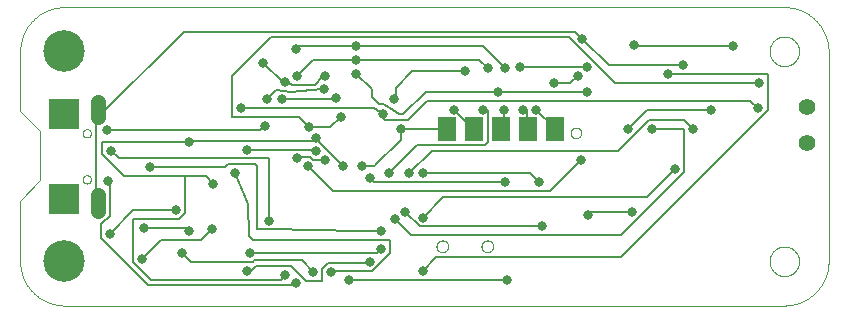
<source format=gbl>
G75*
%MOIN*%
%OFA0B0*%
%FSLAX25Y25*%
%IPPOS*%
%LPD*%
%AMOC8*
5,1,8,0,0,1.08239X$1,22.5*
%
%ADD10C,0.00000*%
%ADD11C,0.13843*%
%ADD12R,0.09843X0.09843*%
%ADD13C,0.05150*%
%ADD14R,0.05906X0.07874*%
%ADD15C,0.05543*%
%ADD16C,0.00800*%
%ADD17C,0.03150*%
%ADD18C,0.00600*%
D10*
X0059095Y0057209D02*
X0299095Y0057209D01*
X0299451Y0057213D01*
X0299806Y0057226D01*
X0300162Y0057248D01*
X0300516Y0057278D01*
X0300870Y0057316D01*
X0301222Y0057364D01*
X0301574Y0057419D01*
X0301924Y0057483D01*
X0302272Y0057556D01*
X0302619Y0057637D01*
X0302963Y0057726D01*
X0303305Y0057824D01*
X0303645Y0057930D01*
X0303982Y0058044D01*
X0304316Y0058166D01*
X0304647Y0058296D01*
X0304975Y0058434D01*
X0305300Y0058580D01*
X0305621Y0058734D01*
X0305938Y0058896D01*
X0306251Y0059065D01*
X0306559Y0059241D01*
X0306864Y0059425D01*
X0307164Y0059617D01*
X0307459Y0059815D01*
X0307750Y0060021D01*
X0308035Y0060234D01*
X0308315Y0060453D01*
X0308590Y0060679D01*
X0308859Y0060912D01*
X0309122Y0061151D01*
X0309380Y0061397D01*
X0309631Y0061648D01*
X0309877Y0061906D01*
X0310116Y0062169D01*
X0310349Y0062438D01*
X0310575Y0062713D01*
X0310794Y0062993D01*
X0311007Y0063278D01*
X0311213Y0063569D01*
X0311411Y0063864D01*
X0311603Y0064164D01*
X0311787Y0064469D01*
X0311963Y0064777D01*
X0312132Y0065090D01*
X0312294Y0065407D01*
X0312448Y0065728D01*
X0312594Y0066053D01*
X0312732Y0066381D01*
X0312862Y0066712D01*
X0312984Y0067046D01*
X0313098Y0067383D01*
X0313204Y0067723D01*
X0313302Y0068065D01*
X0313391Y0068409D01*
X0313472Y0068756D01*
X0313545Y0069104D01*
X0313609Y0069454D01*
X0313664Y0069806D01*
X0313712Y0070158D01*
X0313750Y0070512D01*
X0313780Y0070866D01*
X0313802Y0071222D01*
X0313815Y0071577D01*
X0313819Y0071933D01*
X0313820Y0071933D02*
X0313820Y0141933D01*
X0313819Y0141933D02*
X0313815Y0142289D01*
X0313802Y0142644D01*
X0313780Y0143000D01*
X0313750Y0143354D01*
X0313712Y0143708D01*
X0313664Y0144060D01*
X0313609Y0144412D01*
X0313545Y0144762D01*
X0313472Y0145110D01*
X0313391Y0145457D01*
X0313302Y0145801D01*
X0313204Y0146143D01*
X0313098Y0146483D01*
X0312984Y0146820D01*
X0312862Y0147154D01*
X0312732Y0147485D01*
X0312594Y0147813D01*
X0312448Y0148138D01*
X0312294Y0148459D01*
X0312132Y0148776D01*
X0311963Y0149089D01*
X0311787Y0149397D01*
X0311603Y0149702D01*
X0311411Y0150002D01*
X0311213Y0150297D01*
X0311007Y0150588D01*
X0310794Y0150873D01*
X0310575Y0151153D01*
X0310349Y0151428D01*
X0310116Y0151697D01*
X0309877Y0151960D01*
X0309631Y0152218D01*
X0309380Y0152469D01*
X0309122Y0152715D01*
X0308859Y0152954D01*
X0308590Y0153187D01*
X0308315Y0153413D01*
X0308035Y0153632D01*
X0307750Y0153845D01*
X0307459Y0154051D01*
X0307164Y0154249D01*
X0306864Y0154441D01*
X0306559Y0154625D01*
X0306251Y0154801D01*
X0305938Y0154970D01*
X0305621Y0155132D01*
X0305300Y0155286D01*
X0304975Y0155432D01*
X0304647Y0155570D01*
X0304316Y0155700D01*
X0303982Y0155822D01*
X0303645Y0155936D01*
X0303305Y0156042D01*
X0302963Y0156140D01*
X0302619Y0156229D01*
X0302272Y0156310D01*
X0301924Y0156383D01*
X0301574Y0156447D01*
X0301222Y0156502D01*
X0300870Y0156550D01*
X0300516Y0156588D01*
X0300162Y0156618D01*
X0299806Y0156640D01*
X0299451Y0156653D01*
X0299095Y0156657D01*
X0059095Y0156657D01*
X0058739Y0156653D01*
X0058384Y0156640D01*
X0058028Y0156618D01*
X0057674Y0156588D01*
X0057320Y0156550D01*
X0056968Y0156502D01*
X0056616Y0156447D01*
X0056266Y0156383D01*
X0055918Y0156310D01*
X0055571Y0156229D01*
X0055227Y0156140D01*
X0054885Y0156042D01*
X0054545Y0155936D01*
X0054208Y0155822D01*
X0053874Y0155700D01*
X0053543Y0155570D01*
X0053215Y0155432D01*
X0052890Y0155286D01*
X0052569Y0155132D01*
X0052252Y0154970D01*
X0051939Y0154801D01*
X0051631Y0154625D01*
X0051326Y0154441D01*
X0051026Y0154249D01*
X0050731Y0154051D01*
X0050440Y0153845D01*
X0050155Y0153632D01*
X0049875Y0153413D01*
X0049600Y0153187D01*
X0049331Y0152954D01*
X0049068Y0152715D01*
X0048810Y0152469D01*
X0048559Y0152218D01*
X0048313Y0151960D01*
X0048074Y0151697D01*
X0047841Y0151428D01*
X0047615Y0151153D01*
X0047396Y0150873D01*
X0047183Y0150588D01*
X0046977Y0150297D01*
X0046779Y0150002D01*
X0046587Y0149702D01*
X0046403Y0149397D01*
X0046227Y0149089D01*
X0046058Y0148776D01*
X0045896Y0148459D01*
X0045742Y0148138D01*
X0045596Y0147813D01*
X0045458Y0147485D01*
X0045328Y0147154D01*
X0045206Y0146820D01*
X0045092Y0146483D01*
X0044986Y0146143D01*
X0044888Y0145801D01*
X0044799Y0145457D01*
X0044718Y0145110D01*
X0044645Y0144762D01*
X0044581Y0144412D01*
X0044526Y0144060D01*
X0044478Y0143708D01*
X0044440Y0143354D01*
X0044410Y0143000D01*
X0044388Y0142644D01*
X0044375Y0142289D01*
X0044371Y0141933D01*
X0044371Y0122157D01*
X0051095Y0115433D01*
X0051095Y0098933D01*
X0044371Y0092209D01*
X0044371Y0071933D01*
X0044375Y0071577D01*
X0044388Y0071222D01*
X0044410Y0070866D01*
X0044440Y0070512D01*
X0044478Y0070158D01*
X0044526Y0069806D01*
X0044581Y0069454D01*
X0044645Y0069104D01*
X0044718Y0068756D01*
X0044799Y0068409D01*
X0044888Y0068065D01*
X0044986Y0067723D01*
X0045092Y0067383D01*
X0045206Y0067046D01*
X0045328Y0066712D01*
X0045458Y0066381D01*
X0045596Y0066053D01*
X0045742Y0065728D01*
X0045896Y0065407D01*
X0046058Y0065090D01*
X0046227Y0064777D01*
X0046403Y0064469D01*
X0046587Y0064164D01*
X0046779Y0063864D01*
X0046977Y0063569D01*
X0047183Y0063278D01*
X0047396Y0062993D01*
X0047615Y0062713D01*
X0047841Y0062438D01*
X0048074Y0062169D01*
X0048313Y0061906D01*
X0048559Y0061648D01*
X0048810Y0061397D01*
X0049068Y0061151D01*
X0049331Y0060912D01*
X0049600Y0060679D01*
X0049875Y0060453D01*
X0050155Y0060234D01*
X0050440Y0060021D01*
X0050731Y0059815D01*
X0051026Y0059617D01*
X0051326Y0059425D01*
X0051631Y0059241D01*
X0051939Y0059065D01*
X0052252Y0058896D01*
X0052569Y0058734D01*
X0052890Y0058580D01*
X0053215Y0058434D01*
X0053543Y0058296D01*
X0053874Y0058166D01*
X0054208Y0058044D01*
X0054545Y0057930D01*
X0054885Y0057824D01*
X0055227Y0057726D01*
X0055571Y0057637D01*
X0055918Y0057556D01*
X0056266Y0057483D01*
X0056616Y0057419D01*
X0056968Y0057364D01*
X0057320Y0057316D01*
X0057674Y0057278D01*
X0058028Y0057248D01*
X0058384Y0057226D01*
X0058739Y0057213D01*
X0059095Y0057209D01*
X0057934Y0090988D02*
X0060296Y0090988D01*
X0060373Y0091000D01*
X0060449Y0091015D01*
X0060525Y0091034D01*
X0060599Y0091057D01*
X0060673Y0091083D01*
X0060744Y0091113D01*
X0060815Y0091147D01*
X0060883Y0091183D01*
X0060950Y0091224D01*
X0061015Y0091267D01*
X0061077Y0091313D01*
X0061138Y0091363D01*
X0061195Y0091415D01*
X0061250Y0091471D01*
X0061302Y0091528D01*
X0061352Y0091589D01*
X0061398Y0091651D01*
X0061441Y0091716D01*
X0061481Y0091783D01*
X0061518Y0091852D01*
X0061551Y0091922D01*
X0061581Y0091994D01*
X0061607Y0092068D01*
X0061629Y0092142D01*
X0061648Y0092218D01*
X0061663Y0092294D01*
X0061674Y0092371D01*
X0061682Y0092449D01*
X0061686Y0092527D01*
X0061685Y0092605D01*
X0061682Y0092682D01*
X0061674Y0092760D01*
X0061682Y0092838D01*
X0061685Y0092915D01*
X0061686Y0092993D01*
X0061682Y0093071D01*
X0061674Y0093149D01*
X0061663Y0093226D01*
X0061648Y0093302D01*
X0061629Y0093378D01*
X0061607Y0093452D01*
X0061581Y0093526D01*
X0061551Y0093598D01*
X0061518Y0093668D01*
X0061481Y0093737D01*
X0061441Y0093804D01*
X0061398Y0093869D01*
X0061352Y0093931D01*
X0061302Y0093992D01*
X0061250Y0094049D01*
X0061195Y0094105D01*
X0061138Y0094157D01*
X0061077Y0094207D01*
X0061015Y0094253D01*
X0060950Y0094296D01*
X0060883Y0094337D01*
X0060815Y0094373D01*
X0060744Y0094407D01*
X0060673Y0094437D01*
X0060599Y0094463D01*
X0060525Y0094486D01*
X0060449Y0094505D01*
X0060373Y0094520D01*
X0060296Y0094532D01*
X0060296Y0094531D02*
X0057934Y0094531D01*
X0057934Y0094532D02*
X0057857Y0094520D01*
X0057781Y0094505D01*
X0057705Y0094486D01*
X0057631Y0094463D01*
X0057557Y0094437D01*
X0057486Y0094407D01*
X0057415Y0094373D01*
X0057347Y0094337D01*
X0057280Y0094296D01*
X0057215Y0094253D01*
X0057153Y0094207D01*
X0057092Y0094157D01*
X0057035Y0094105D01*
X0056980Y0094049D01*
X0056928Y0093992D01*
X0056878Y0093931D01*
X0056832Y0093869D01*
X0056789Y0093804D01*
X0056749Y0093737D01*
X0056712Y0093668D01*
X0056679Y0093598D01*
X0056649Y0093526D01*
X0056623Y0093452D01*
X0056601Y0093378D01*
X0056582Y0093302D01*
X0056567Y0093226D01*
X0056556Y0093149D01*
X0056548Y0093071D01*
X0056544Y0092993D01*
X0056545Y0092915D01*
X0056548Y0092838D01*
X0056556Y0092760D01*
X0056548Y0092682D01*
X0056545Y0092605D01*
X0056544Y0092527D01*
X0056548Y0092449D01*
X0056556Y0092371D01*
X0056567Y0092294D01*
X0056582Y0092218D01*
X0056601Y0092142D01*
X0056623Y0092068D01*
X0056649Y0091994D01*
X0056679Y0091922D01*
X0056712Y0091852D01*
X0056749Y0091783D01*
X0056789Y0091716D01*
X0056832Y0091651D01*
X0056878Y0091589D01*
X0056928Y0091528D01*
X0056980Y0091471D01*
X0057035Y0091415D01*
X0057092Y0091363D01*
X0057153Y0091313D01*
X0057215Y0091267D01*
X0057280Y0091224D01*
X0057347Y0091183D01*
X0057415Y0091147D01*
X0057486Y0091113D01*
X0057557Y0091083D01*
X0057631Y0091057D01*
X0057705Y0091034D01*
X0057781Y0091015D01*
X0057857Y0091000D01*
X0057934Y0090988D01*
X0065217Y0099256D02*
X0065219Y0099330D01*
X0065225Y0099404D01*
X0065235Y0099477D01*
X0065249Y0099550D01*
X0065266Y0099622D01*
X0065288Y0099692D01*
X0065313Y0099762D01*
X0065342Y0099830D01*
X0065375Y0099896D01*
X0065411Y0099961D01*
X0065451Y0100023D01*
X0065493Y0100084D01*
X0065539Y0100142D01*
X0065588Y0100197D01*
X0065640Y0100250D01*
X0065695Y0100300D01*
X0065752Y0100346D01*
X0065812Y0100390D01*
X0065874Y0100430D01*
X0065938Y0100467D01*
X0066004Y0100501D01*
X0066072Y0100531D01*
X0066141Y0100557D01*
X0066212Y0100580D01*
X0066283Y0100598D01*
X0066356Y0100613D01*
X0066429Y0100624D01*
X0066503Y0100631D01*
X0066577Y0100634D01*
X0066650Y0100633D01*
X0066724Y0100628D01*
X0066798Y0100619D01*
X0066871Y0100606D01*
X0066943Y0100589D01*
X0067014Y0100569D01*
X0067084Y0100544D01*
X0067152Y0100516D01*
X0067219Y0100485D01*
X0067284Y0100449D01*
X0067347Y0100411D01*
X0067408Y0100369D01*
X0067467Y0100323D01*
X0067523Y0100275D01*
X0067576Y0100224D01*
X0067626Y0100170D01*
X0067674Y0100113D01*
X0067718Y0100054D01*
X0067760Y0099992D01*
X0067798Y0099929D01*
X0067832Y0099863D01*
X0067863Y0099796D01*
X0067890Y0099727D01*
X0067913Y0099657D01*
X0067933Y0099586D01*
X0067949Y0099513D01*
X0067961Y0099440D01*
X0067969Y0099367D01*
X0067973Y0099293D01*
X0067973Y0099219D01*
X0067969Y0099145D01*
X0067961Y0099072D01*
X0067949Y0098999D01*
X0067933Y0098926D01*
X0067913Y0098855D01*
X0067890Y0098785D01*
X0067863Y0098716D01*
X0067832Y0098649D01*
X0067798Y0098583D01*
X0067760Y0098520D01*
X0067718Y0098458D01*
X0067674Y0098399D01*
X0067626Y0098342D01*
X0067576Y0098288D01*
X0067523Y0098237D01*
X0067467Y0098189D01*
X0067408Y0098143D01*
X0067347Y0098101D01*
X0067284Y0098063D01*
X0067219Y0098027D01*
X0067152Y0097996D01*
X0067084Y0097968D01*
X0067014Y0097943D01*
X0066943Y0097923D01*
X0066871Y0097906D01*
X0066798Y0097893D01*
X0066724Y0097884D01*
X0066650Y0097879D01*
X0066577Y0097878D01*
X0066503Y0097881D01*
X0066429Y0097888D01*
X0066356Y0097899D01*
X0066283Y0097914D01*
X0066212Y0097932D01*
X0066141Y0097955D01*
X0066072Y0097981D01*
X0066004Y0098011D01*
X0065938Y0098045D01*
X0065874Y0098082D01*
X0065812Y0098122D01*
X0065752Y0098166D01*
X0065695Y0098212D01*
X0065640Y0098262D01*
X0065588Y0098315D01*
X0065539Y0098370D01*
X0065493Y0098428D01*
X0065451Y0098489D01*
X0065411Y0098551D01*
X0065375Y0098616D01*
X0065342Y0098682D01*
X0065313Y0098750D01*
X0065288Y0098820D01*
X0065266Y0098890D01*
X0065249Y0098962D01*
X0065235Y0099035D01*
X0065225Y0099108D01*
X0065219Y0099182D01*
X0065217Y0099256D01*
X0065217Y0114610D02*
X0065219Y0114684D01*
X0065225Y0114758D01*
X0065235Y0114831D01*
X0065249Y0114904D01*
X0065266Y0114976D01*
X0065288Y0115046D01*
X0065313Y0115116D01*
X0065342Y0115184D01*
X0065375Y0115250D01*
X0065411Y0115315D01*
X0065451Y0115377D01*
X0065493Y0115438D01*
X0065539Y0115496D01*
X0065588Y0115551D01*
X0065640Y0115604D01*
X0065695Y0115654D01*
X0065752Y0115700D01*
X0065812Y0115744D01*
X0065874Y0115784D01*
X0065938Y0115821D01*
X0066004Y0115855D01*
X0066072Y0115885D01*
X0066141Y0115911D01*
X0066212Y0115934D01*
X0066283Y0115952D01*
X0066356Y0115967D01*
X0066429Y0115978D01*
X0066503Y0115985D01*
X0066577Y0115988D01*
X0066650Y0115987D01*
X0066724Y0115982D01*
X0066798Y0115973D01*
X0066871Y0115960D01*
X0066943Y0115943D01*
X0067014Y0115923D01*
X0067084Y0115898D01*
X0067152Y0115870D01*
X0067219Y0115839D01*
X0067284Y0115803D01*
X0067347Y0115765D01*
X0067408Y0115723D01*
X0067467Y0115677D01*
X0067523Y0115629D01*
X0067576Y0115578D01*
X0067626Y0115524D01*
X0067674Y0115467D01*
X0067718Y0115408D01*
X0067760Y0115346D01*
X0067798Y0115283D01*
X0067832Y0115217D01*
X0067863Y0115150D01*
X0067890Y0115081D01*
X0067913Y0115011D01*
X0067933Y0114940D01*
X0067949Y0114867D01*
X0067961Y0114794D01*
X0067969Y0114721D01*
X0067973Y0114647D01*
X0067973Y0114573D01*
X0067969Y0114499D01*
X0067961Y0114426D01*
X0067949Y0114353D01*
X0067933Y0114280D01*
X0067913Y0114209D01*
X0067890Y0114139D01*
X0067863Y0114070D01*
X0067832Y0114003D01*
X0067798Y0113937D01*
X0067760Y0113874D01*
X0067718Y0113812D01*
X0067674Y0113753D01*
X0067626Y0113696D01*
X0067576Y0113642D01*
X0067523Y0113591D01*
X0067467Y0113543D01*
X0067408Y0113497D01*
X0067347Y0113455D01*
X0067284Y0113417D01*
X0067219Y0113381D01*
X0067152Y0113350D01*
X0067084Y0113322D01*
X0067014Y0113297D01*
X0066943Y0113277D01*
X0066871Y0113260D01*
X0066798Y0113247D01*
X0066724Y0113238D01*
X0066650Y0113233D01*
X0066577Y0113232D01*
X0066503Y0113235D01*
X0066429Y0113242D01*
X0066356Y0113253D01*
X0066283Y0113268D01*
X0066212Y0113286D01*
X0066141Y0113309D01*
X0066072Y0113335D01*
X0066004Y0113365D01*
X0065938Y0113399D01*
X0065874Y0113436D01*
X0065812Y0113476D01*
X0065752Y0113520D01*
X0065695Y0113566D01*
X0065640Y0113616D01*
X0065588Y0113669D01*
X0065539Y0113724D01*
X0065493Y0113782D01*
X0065451Y0113843D01*
X0065411Y0113905D01*
X0065375Y0113970D01*
X0065342Y0114036D01*
X0065313Y0114104D01*
X0065288Y0114174D01*
X0065266Y0114244D01*
X0065249Y0114316D01*
X0065235Y0114389D01*
X0065225Y0114462D01*
X0065219Y0114536D01*
X0065217Y0114610D01*
X0060296Y0119335D02*
X0058131Y0119335D01*
X0058130Y0119334D02*
X0058056Y0119331D01*
X0057981Y0119332D01*
X0057906Y0119336D01*
X0057831Y0119345D01*
X0057757Y0119357D01*
X0057684Y0119373D01*
X0057611Y0119392D01*
X0057540Y0119415D01*
X0057470Y0119442D01*
X0057401Y0119472D01*
X0057334Y0119506D01*
X0057269Y0119543D01*
X0057206Y0119583D01*
X0057145Y0119626D01*
X0057086Y0119673D01*
X0057030Y0119722D01*
X0056976Y0119774D01*
X0056925Y0119829D01*
X0056876Y0119887D01*
X0056831Y0119946D01*
X0056789Y0120008D01*
X0056750Y0120072D01*
X0056714Y0120138D01*
X0056681Y0120206D01*
X0056652Y0120275D01*
X0056627Y0120346D01*
X0056605Y0120417D01*
X0056587Y0120490D01*
X0056573Y0120564D01*
X0056562Y0120638D01*
X0056555Y0120713D01*
X0056556Y0120713D02*
X0056556Y0121500D01*
X0056555Y0121500D02*
X0056562Y0121575D01*
X0056573Y0121649D01*
X0056587Y0121723D01*
X0056605Y0121796D01*
X0056627Y0121867D01*
X0056652Y0121938D01*
X0056681Y0122007D01*
X0056714Y0122075D01*
X0056750Y0122141D01*
X0056789Y0122205D01*
X0056831Y0122267D01*
X0056876Y0122326D01*
X0056925Y0122384D01*
X0056976Y0122439D01*
X0057030Y0122491D01*
X0057086Y0122540D01*
X0057145Y0122587D01*
X0057206Y0122630D01*
X0057269Y0122670D01*
X0057334Y0122707D01*
X0057401Y0122741D01*
X0057470Y0122771D01*
X0057540Y0122798D01*
X0057611Y0122821D01*
X0057684Y0122840D01*
X0057757Y0122856D01*
X0057831Y0122868D01*
X0057906Y0122877D01*
X0057981Y0122881D01*
X0058056Y0122882D01*
X0058130Y0122879D01*
X0058131Y0122878D02*
X0060296Y0122878D01*
X0060368Y0122876D01*
X0060440Y0122870D01*
X0060512Y0122861D01*
X0060583Y0122848D01*
X0060653Y0122831D01*
X0060722Y0122811D01*
X0060790Y0122786D01*
X0060856Y0122759D01*
X0060922Y0122728D01*
X0060985Y0122693D01*
X0061047Y0122656D01*
X0061106Y0122615D01*
X0061163Y0122571D01*
X0061218Y0122524D01*
X0061270Y0122474D01*
X0061320Y0122422D01*
X0061367Y0122367D01*
X0061411Y0122310D01*
X0061452Y0122251D01*
X0061489Y0122189D01*
X0061524Y0122126D01*
X0061555Y0122060D01*
X0061582Y0121994D01*
X0061607Y0121926D01*
X0061627Y0121857D01*
X0061644Y0121787D01*
X0061657Y0121716D01*
X0061666Y0121644D01*
X0061672Y0121572D01*
X0061674Y0121500D01*
X0061674Y0120713D01*
X0061672Y0120641D01*
X0061666Y0120569D01*
X0061657Y0120497D01*
X0061644Y0120426D01*
X0061627Y0120356D01*
X0061607Y0120287D01*
X0061582Y0120219D01*
X0061555Y0120153D01*
X0061524Y0120087D01*
X0061489Y0120024D01*
X0061452Y0119962D01*
X0061411Y0119903D01*
X0061367Y0119846D01*
X0061320Y0119791D01*
X0061270Y0119739D01*
X0061218Y0119689D01*
X0061163Y0119642D01*
X0061106Y0119598D01*
X0061047Y0119557D01*
X0060985Y0119520D01*
X0060922Y0119485D01*
X0060856Y0119454D01*
X0060790Y0119427D01*
X0060722Y0119402D01*
X0060653Y0119382D01*
X0060583Y0119365D01*
X0060512Y0119352D01*
X0060440Y0119343D01*
X0060368Y0119337D01*
X0060296Y0119335D01*
X0183126Y0076933D02*
X0183128Y0077021D01*
X0183134Y0077109D01*
X0183144Y0077197D01*
X0183158Y0077285D01*
X0183175Y0077371D01*
X0183197Y0077457D01*
X0183222Y0077541D01*
X0183252Y0077625D01*
X0183284Y0077707D01*
X0183321Y0077787D01*
X0183361Y0077866D01*
X0183405Y0077943D01*
X0183452Y0078018D01*
X0183502Y0078090D01*
X0183556Y0078161D01*
X0183612Y0078228D01*
X0183672Y0078294D01*
X0183734Y0078356D01*
X0183800Y0078416D01*
X0183867Y0078472D01*
X0183938Y0078526D01*
X0184010Y0078576D01*
X0184085Y0078623D01*
X0184162Y0078667D01*
X0184241Y0078707D01*
X0184321Y0078744D01*
X0184403Y0078776D01*
X0184487Y0078806D01*
X0184571Y0078831D01*
X0184657Y0078853D01*
X0184743Y0078870D01*
X0184831Y0078884D01*
X0184919Y0078894D01*
X0185007Y0078900D01*
X0185095Y0078902D01*
X0185183Y0078900D01*
X0185271Y0078894D01*
X0185359Y0078884D01*
X0185447Y0078870D01*
X0185533Y0078853D01*
X0185619Y0078831D01*
X0185703Y0078806D01*
X0185787Y0078776D01*
X0185869Y0078744D01*
X0185949Y0078707D01*
X0186028Y0078667D01*
X0186105Y0078623D01*
X0186180Y0078576D01*
X0186252Y0078526D01*
X0186323Y0078472D01*
X0186390Y0078416D01*
X0186456Y0078356D01*
X0186518Y0078294D01*
X0186578Y0078228D01*
X0186634Y0078161D01*
X0186688Y0078090D01*
X0186738Y0078018D01*
X0186785Y0077943D01*
X0186829Y0077866D01*
X0186869Y0077787D01*
X0186906Y0077707D01*
X0186938Y0077625D01*
X0186968Y0077541D01*
X0186993Y0077457D01*
X0187015Y0077371D01*
X0187032Y0077285D01*
X0187046Y0077197D01*
X0187056Y0077109D01*
X0187062Y0077021D01*
X0187064Y0076933D01*
X0187062Y0076845D01*
X0187056Y0076757D01*
X0187046Y0076669D01*
X0187032Y0076581D01*
X0187015Y0076495D01*
X0186993Y0076409D01*
X0186968Y0076325D01*
X0186938Y0076241D01*
X0186906Y0076159D01*
X0186869Y0076079D01*
X0186829Y0076000D01*
X0186785Y0075923D01*
X0186738Y0075848D01*
X0186688Y0075776D01*
X0186634Y0075705D01*
X0186578Y0075638D01*
X0186518Y0075572D01*
X0186456Y0075510D01*
X0186390Y0075450D01*
X0186323Y0075394D01*
X0186252Y0075340D01*
X0186180Y0075290D01*
X0186105Y0075243D01*
X0186028Y0075199D01*
X0185949Y0075159D01*
X0185869Y0075122D01*
X0185787Y0075090D01*
X0185703Y0075060D01*
X0185619Y0075035D01*
X0185533Y0075013D01*
X0185447Y0074996D01*
X0185359Y0074982D01*
X0185271Y0074972D01*
X0185183Y0074966D01*
X0185095Y0074964D01*
X0185007Y0074966D01*
X0184919Y0074972D01*
X0184831Y0074982D01*
X0184743Y0074996D01*
X0184657Y0075013D01*
X0184571Y0075035D01*
X0184487Y0075060D01*
X0184403Y0075090D01*
X0184321Y0075122D01*
X0184241Y0075159D01*
X0184162Y0075199D01*
X0184085Y0075243D01*
X0184010Y0075290D01*
X0183938Y0075340D01*
X0183867Y0075394D01*
X0183800Y0075450D01*
X0183734Y0075510D01*
X0183672Y0075572D01*
X0183612Y0075638D01*
X0183556Y0075705D01*
X0183502Y0075776D01*
X0183452Y0075848D01*
X0183405Y0075923D01*
X0183361Y0076000D01*
X0183321Y0076079D01*
X0183284Y0076159D01*
X0183252Y0076241D01*
X0183222Y0076325D01*
X0183197Y0076409D01*
X0183175Y0076495D01*
X0183158Y0076581D01*
X0183144Y0076669D01*
X0183134Y0076757D01*
X0183128Y0076845D01*
X0183126Y0076933D01*
X0198126Y0076933D02*
X0198128Y0077021D01*
X0198134Y0077109D01*
X0198144Y0077197D01*
X0198158Y0077285D01*
X0198175Y0077371D01*
X0198197Y0077457D01*
X0198222Y0077541D01*
X0198252Y0077625D01*
X0198284Y0077707D01*
X0198321Y0077787D01*
X0198361Y0077866D01*
X0198405Y0077943D01*
X0198452Y0078018D01*
X0198502Y0078090D01*
X0198556Y0078161D01*
X0198612Y0078228D01*
X0198672Y0078294D01*
X0198734Y0078356D01*
X0198800Y0078416D01*
X0198867Y0078472D01*
X0198938Y0078526D01*
X0199010Y0078576D01*
X0199085Y0078623D01*
X0199162Y0078667D01*
X0199241Y0078707D01*
X0199321Y0078744D01*
X0199403Y0078776D01*
X0199487Y0078806D01*
X0199571Y0078831D01*
X0199657Y0078853D01*
X0199743Y0078870D01*
X0199831Y0078884D01*
X0199919Y0078894D01*
X0200007Y0078900D01*
X0200095Y0078902D01*
X0200183Y0078900D01*
X0200271Y0078894D01*
X0200359Y0078884D01*
X0200447Y0078870D01*
X0200533Y0078853D01*
X0200619Y0078831D01*
X0200703Y0078806D01*
X0200787Y0078776D01*
X0200869Y0078744D01*
X0200949Y0078707D01*
X0201028Y0078667D01*
X0201105Y0078623D01*
X0201180Y0078576D01*
X0201252Y0078526D01*
X0201323Y0078472D01*
X0201390Y0078416D01*
X0201456Y0078356D01*
X0201518Y0078294D01*
X0201578Y0078228D01*
X0201634Y0078161D01*
X0201688Y0078090D01*
X0201738Y0078018D01*
X0201785Y0077943D01*
X0201829Y0077866D01*
X0201869Y0077787D01*
X0201906Y0077707D01*
X0201938Y0077625D01*
X0201968Y0077541D01*
X0201993Y0077457D01*
X0202015Y0077371D01*
X0202032Y0077285D01*
X0202046Y0077197D01*
X0202056Y0077109D01*
X0202062Y0077021D01*
X0202064Y0076933D01*
X0202062Y0076845D01*
X0202056Y0076757D01*
X0202046Y0076669D01*
X0202032Y0076581D01*
X0202015Y0076495D01*
X0201993Y0076409D01*
X0201968Y0076325D01*
X0201938Y0076241D01*
X0201906Y0076159D01*
X0201869Y0076079D01*
X0201829Y0076000D01*
X0201785Y0075923D01*
X0201738Y0075848D01*
X0201688Y0075776D01*
X0201634Y0075705D01*
X0201578Y0075638D01*
X0201518Y0075572D01*
X0201456Y0075510D01*
X0201390Y0075450D01*
X0201323Y0075394D01*
X0201252Y0075340D01*
X0201180Y0075290D01*
X0201105Y0075243D01*
X0201028Y0075199D01*
X0200949Y0075159D01*
X0200869Y0075122D01*
X0200787Y0075090D01*
X0200703Y0075060D01*
X0200619Y0075035D01*
X0200533Y0075013D01*
X0200447Y0074996D01*
X0200359Y0074982D01*
X0200271Y0074972D01*
X0200183Y0074966D01*
X0200095Y0074964D01*
X0200007Y0074966D01*
X0199919Y0074972D01*
X0199831Y0074982D01*
X0199743Y0074996D01*
X0199657Y0075013D01*
X0199571Y0075035D01*
X0199487Y0075060D01*
X0199403Y0075090D01*
X0199321Y0075122D01*
X0199241Y0075159D01*
X0199162Y0075199D01*
X0199085Y0075243D01*
X0199010Y0075290D01*
X0198938Y0075340D01*
X0198867Y0075394D01*
X0198800Y0075450D01*
X0198734Y0075510D01*
X0198672Y0075572D01*
X0198612Y0075638D01*
X0198556Y0075705D01*
X0198502Y0075776D01*
X0198452Y0075848D01*
X0198405Y0075923D01*
X0198361Y0076000D01*
X0198321Y0076079D01*
X0198284Y0076159D01*
X0198252Y0076241D01*
X0198222Y0076325D01*
X0198197Y0076409D01*
X0198175Y0076495D01*
X0198158Y0076581D01*
X0198144Y0076669D01*
X0198134Y0076757D01*
X0198128Y0076845D01*
X0198126Y0076933D01*
X0227843Y0114772D02*
X0227845Y0114856D01*
X0227851Y0114939D01*
X0227861Y0115022D01*
X0227875Y0115105D01*
X0227892Y0115187D01*
X0227914Y0115268D01*
X0227939Y0115347D01*
X0227968Y0115426D01*
X0228001Y0115503D01*
X0228037Y0115578D01*
X0228077Y0115652D01*
X0228120Y0115724D01*
X0228167Y0115793D01*
X0228217Y0115860D01*
X0228270Y0115925D01*
X0228326Y0115987D01*
X0228384Y0116047D01*
X0228446Y0116104D01*
X0228510Y0116157D01*
X0228577Y0116208D01*
X0228646Y0116255D01*
X0228717Y0116300D01*
X0228790Y0116340D01*
X0228865Y0116377D01*
X0228942Y0116411D01*
X0229020Y0116441D01*
X0229099Y0116467D01*
X0229180Y0116490D01*
X0229262Y0116508D01*
X0229344Y0116523D01*
X0229427Y0116534D01*
X0229510Y0116541D01*
X0229594Y0116544D01*
X0229678Y0116543D01*
X0229761Y0116538D01*
X0229845Y0116529D01*
X0229927Y0116516D01*
X0230009Y0116500D01*
X0230090Y0116479D01*
X0230171Y0116455D01*
X0230249Y0116427D01*
X0230327Y0116395D01*
X0230403Y0116359D01*
X0230477Y0116320D01*
X0230549Y0116278D01*
X0230619Y0116232D01*
X0230687Y0116183D01*
X0230752Y0116131D01*
X0230815Y0116076D01*
X0230875Y0116018D01*
X0230933Y0115957D01*
X0230987Y0115893D01*
X0231039Y0115827D01*
X0231087Y0115759D01*
X0231132Y0115688D01*
X0231173Y0115615D01*
X0231212Y0115541D01*
X0231246Y0115465D01*
X0231277Y0115387D01*
X0231304Y0115308D01*
X0231328Y0115227D01*
X0231347Y0115146D01*
X0231363Y0115064D01*
X0231375Y0114981D01*
X0231383Y0114897D01*
X0231387Y0114814D01*
X0231387Y0114730D01*
X0231383Y0114647D01*
X0231375Y0114563D01*
X0231363Y0114480D01*
X0231347Y0114398D01*
X0231328Y0114317D01*
X0231304Y0114236D01*
X0231277Y0114157D01*
X0231246Y0114079D01*
X0231212Y0114003D01*
X0231173Y0113929D01*
X0231132Y0113856D01*
X0231087Y0113785D01*
X0231039Y0113717D01*
X0230987Y0113651D01*
X0230933Y0113587D01*
X0230875Y0113526D01*
X0230815Y0113468D01*
X0230752Y0113413D01*
X0230687Y0113361D01*
X0230619Y0113312D01*
X0230549Y0113266D01*
X0230477Y0113224D01*
X0230403Y0113185D01*
X0230327Y0113149D01*
X0230249Y0113117D01*
X0230171Y0113089D01*
X0230090Y0113065D01*
X0230009Y0113044D01*
X0229927Y0113028D01*
X0229845Y0113015D01*
X0229761Y0113006D01*
X0229678Y0113001D01*
X0229594Y0113000D01*
X0229510Y0113003D01*
X0229427Y0113010D01*
X0229344Y0113021D01*
X0229262Y0113036D01*
X0229180Y0113054D01*
X0229099Y0113077D01*
X0229020Y0113103D01*
X0228942Y0113133D01*
X0228865Y0113167D01*
X0228790Y0113204D01*
X0228717Y0113244D01*
X0228646Y0113289D01*
X0228577Y0113336D01*
X0228510Y0113387D01*
X0228446Y0113440D01*
X0228384Y0113497D01*
X0228326Y0113557D01*
X0228270Y0113619D01*
X0228217Y0113684D01*
X0228167Y0113751D01*
X0228120Y0113820D01*
X0228077Y0113892D01*
X0228037Y0113966D01*
X0228001Y0114041D01*
X0227968Y0114118D01*
X0227939Y0114197D01*
X0227914Y0114276D01*
X0227892Y0114357D01*
X0227875Y0114439D01*
X0227861Y0114522D01*
X0227851Y0114605D01*
X0227845Y0114688D01*
X0227843Y0114772D01*
X0294174Y0141933D02*
X0294176Y0142073D01*
X0294182Y0142213D01*
X0294192Y0142352D01*
X0294206Y0142491D01*
X0294224Y0142630D01*
X0294245Y0142768D01*
X0294271Y0142906D01*
X0294301Y0143043D01*
X0294334Y0143178D01*
X0294372Y0143313D01*
X0294413Y0143447D01*
X0294458Y0143580D01*
X0294506Y0143711D01*
X0294559Y0143840D01*
X0294615Y0143969D01*
X0294674Y0144095D01*
X0294738Y0144220D01*
X0294804Y0144343D01*
X0294875Y0144464D01*
X0294948Y0144583D01*
X0295025Y0144700D01*
X0295106Y0144814D01*
X0295189Y0144926D01*
X0295276Y0145036D01*
X0295366Y0145144D01*
X0295458Y0145248D01*
X0295554Y0145350D01*
X0295653Y0145450D01*
X0295754Y0145546D01*
X0295858Y0145640D01*
X0295965Y0145730D01*
X0296074Y0145817D01*
X0296186Y0145902D01*
X0296300Y0145983D01*
X0296416Y0146061D01*
X0296534Y0146135D01*
X0296655Y0146206D01*
X0296777Y0146274D01*
X0296902Y0146338D01*
X0297028Y0146399D01*
X0297155Y0146456D01*
X0297285Y0146509D01*
X0297416Y0146559D01*
X0297548Y0146604D01*
X0297681Y0146647D01*
X0297816Y0146685D01*
X0297951Y0146719D01*
X0298088Y0146750D01*
X0298225Y0146777D01*
X0298363Y0146799D01*
X0298502Y0146818D01*
X0298641Y0146833D01*
X0298780Y0146844D01*
X0298920Y0146851D01*
X0299060Y0146854D01*
X0299200Y0146853D01*
X0299340Y0146848D01*
X0299479Y0146839D01*
X0299619Y0146826D01*
X0299758Y0146809D01*
X0299896Y0146788D01*
X0300034Y0146764D01*
X0300171Y0146735D01*
X0300307Y0146703D01*
X0300442Y0146666D01*
X0300576Y0146626D01*
X0300709Y0146582D01*
X0300840Y0146534D01*
X0300970Y0146483D01*
X0301099Y0146428D01*
X0301226Y0146369D01*
X0301351Y0146306D01*
X0301474Y0146241D01*
X0301596Y0146171D01*
X0301715Y0146098D01*
X0301833Y0146022D01*
X0301948Y0145943D01*
X0302061Y0145860D01*
X0302171Y0145774D01*
X0302279Y0145685D01*
X0302384Y0145593D01*
X0302487Y0145498D01*
X0302587Y0145400D01*
X0302684Y0145300D01*
X0302778Y0145196D01*
X0302870Y0145090D01*
X0302958Y0144982D01*
X0303043Y0144871D01*
X0303125Y0144757D01*
X0303204Y0144641D01*
X0303279Y0144524D01*
X0303351Y0144404D01*
X0303419Y0144282D01*
X0303484Y0144158D01*
X0303546Y0144032D01*
X0303604Y0143905D01*
X0303658Y0143776D01*
X0303709Y0143645D01*
X0303755Y0143513D01*
X0303798Y0143380D01*
X0303838Y0143246D01*
X0303873Y0143111D01*
X0303905Y0142974D01*
X0303932Y0142837D01*
X0303956Y0142699D01*
X0303976Y0142561D01*
X0303992Y0142422D01*
X0304004Y0142282D01*
X0304012Y0142143D01*
X0304016Y0142003D01*
X0304016Y0141863D01*
X0304012Y0141723D01*
X0304004Y0141584D01*
X0303992Y0141444D01*
X0303976Y0141305D01*
X0303956Y0141167D01*
X0303932Y0141029D01*
X0303905Y0140892D01*
X0303873Y0140755D01*
X0303838Y0140620D01*
X0303798Y0140486D01*
X0303755Y0140353D01*
X0303709Y0140221D01*
X0303658Y0140090D01*
X0303604Y0139961D01*
X0303546Y0139834D01*
X0303484Y0139708D01*
X0303419Y0139584D01*
X0303351Y0139462D01*
X0303279Y0139342D01*
X0303204Y0139225D01*
X0303125Y0139109D01*
X0303043Y0138995D01*
X0302958Y0138884D01*
X0302870Y0138776D01*
X0302778Y0138670D01*
X0302684Y0138566D01*
X0302587Y0138466D01*
X0302487Y0138368D01*
X0302384Y0138273D01*
X0302279Y0138181D01*
X0302171Y0138092D01*
X0302061Y0138006D01*
X0301948Y0137923D01*
X0301833Y0137844D01*
X0301715Y0137768D01*
X0301596Y0137695D01*
X0301474Y0137625D01*
X0301351Y0137560D01*
X0301226Y0137497D01*
X0301099Y0137438D01*
X0300970Y0137383D01*
X0300840Y0137332D01*
X0300709Y0137284D01*
X0300576Y0137240D01*
X0300442Y0137200D01*
X0300307Y0137163D01*
X0300171Y0137131D01*
X0300034Y0137102D01*
X0299896Y0137078D01*
X0299758Y0137057D01*
X0299619Y0137040D01*
X0299479Y0137027D01*
X0299340Y0137018D01*
X0299200Y0137013D01*
X0299060Y0137012D01*
X0298920Y0137015D01*
X0298780Y0137022D01*
X0298641Y0137033D01*
X0298502Y0137048D01*
X0298363Y0137067D01*
X0298225Y0137089D01*
X0298088Y0137116D01*
X0297951Y0137147D01*
X0297816Y0137181D01*
X0297681Y0137219D01*
X0297548Y0137262D01*
X0297416Y0137307D01*
X0297285Y0137357D01*
X0297155Y0137410D01*
X0297028Y0137467D01*
X0296902Y0137528D01*
X0296777Y0137592D01*
X0296655Y0137660D01*
X0296534Y0137731D01*
X0296416Y0137805D01*
X0296300Y0137883D01*
X0296186Y0137964D01*
X0296074Y0138049D01*
X0295965Y0138136D01*
X0295858Y0138226D01*
X0295754Y0138320D01*
X0295653Y0138416D01*
X0295554Y0138516D01*
X0295458Y0138618D01*
X0295366Y0138722D01*
X0295276Y0138830D01*
X0295189Y0138940D01*
X0295106Y0139052D01*
X0295025Y0139166D01*
X0294948Y0139283D01*
X0294875Y0139402D01*
X0294804Y0139523D01*
X0294738Y0139646D01*
X0294674Y0139771D01*
X0294615Y0139897D01*
X0294559Y0140026D01*
X0294506Y0140155D01*
X0294458Y0140286D01*
X0294413Y0140419D01*
X0294372Y0140553D01*
X0294334Y0140688D01*
X0294301Y0140823D01*
X0294271Y0140960D01*
X0294245Y0141098D01*
X0294224Y0141236D01*
X0294206Y0141375D01*
X0294192Y0141514D01*
X0294182Y0141653D01*
X0294176Y0141793D01*
X0294174Y0141933D01*
X0294174Y0071933D02*
X0294176Y0072073D01*
X0294182Y0072213D01*
X0294192Y0072352D01*
X0294206Y0072491D01*
X0294224Y0072630D01*
X0294245Y0072768D01*
X0294271Y0072906D01*
X0294301Y0073043D01*
X0294334Y0073178D01*
X0294372Y0073313D01*
X0294413Y0073447D01*
X0294458Y0073580D01*
X0294506Y0073711D01*
X0294559Y0073840D01*
X0294615Y0073969D01*
X0294674Y0074095D01*
X0294738Y0074220D01*
X0294804Y0074343D01*
X0294875Y0074464D01*
X0294948Y0074583D01*
X0295025Y0074700D01*
X0295106Y0074814D01*
X0295189Y0074926D01*
X0295276Y0075036D01*
X0295366Y0075144D01*
X0295458Y0075248D01*
X0295554Y0075350D01*
X0295653Y0075450D01*
X0295754Y0075546D01*
X0295858Y0075640D01*
X0295965Y0075730D01*
X0296074Y0075817D01*
X0296186Y0075902D01*
X0296300Y0075983D01*
X0296416Y0076061D01*
X0296534Y0076135D01*
X0296655Y0076206D01*
X0296777Y0076274D01*
X0296902Y0076338D01*
X0297028Y0076399D01*
X0297155Y0076456D01*
X0297285Y0076509D01*
X0297416Y0076559D01*
X0297548Y0076604D01*
X0297681Y0076647D01*
X0297816Y0076685D01*
X0297951Y0076719D01*
X0298088Y0076750D01*
X0298225Y0076777D01*
X0298363Y0076799D01*
X0298502Y0076818D01*
X0298641Y0076833D01*
X0298780Y0076844D01*
X0298920Y0076851D01*
X0299060Y0076854D01*
X0299200Y0076853D01*
X0299340Y0076848D01*
X0299479Y0076839D01*
X0299619Y0076826D01*
X0299758Y0076809D01*
X0299896Y0076788D01*
X0300034Y0076764D01*
X0300171Y0076735D01*
X0300307Y0076703D01*
X0300442Y0076666D01*
X0300576Y0076626D01*
X0300709Y0076582D01*
X0300840Y0076534D01*
X0300970Y0076483D01*
X0301099Y0076428D01*
X0301226Y0076369D01*
X0301351Y0076306D01*
X0301474Y0076241D01*
X0301596Y0076171D01*
X0301715Y0076098D01*
X0301833Y0076022D01*
X0301948Y0075943D01*
X0302061Y0075860D01*
X0302171Y0075774D01*
X0302279Y0075685D01*
X0302384Y0075593D01*
X0302487Y0075498D01*
X0302587Y0075400D01*
X0302684Y0075300D01*
X0302778Y0075196D01*
X0302870Y0075090D01*
X0302958Y0074982D01*
X0303043Y0074871D01*
X0303125Y0074757D01*
X0303204Y0074641D01*
X0303279Y0074524D01*
X0303351Y0074404D01*
X0303419Y0074282D01*
X0303484Y0074158D01*
X0303546Y0074032D01*
X0303604Y0073905D01*
X0303658Y0073776D01*
X0303709Y0073645D01*
X0303755Y0073513D01*
X0303798Y0073380D01*
X0303838Y0073246D01*
X0303873Y0073111D01*
X0303905Y0072974D01*
X0303932Y0072837D01*
X0303956Y0072699D01*
X0303976Y0072561D01*
X0303992Y0072422D01*
X0304004Y0072282D01*
X0304012Y0072143D01*
X0304016Y0072003D01*
X0304016Y0071863D01*
X0304012Y0071723D01*
X0304004Y0071584D01*
X0303992Y0071444D01*
X0303976Y0071305D01*
X0303956Y0071167D01*
X0303932Y0071029D01*
X0303905Y0070892D01*
X0303873Y0070755D01*
X0303838Y0070620D01*
X0303798Y0070486D01*
X0303755Y0070353D01*
X0303709Y0070221D01*
X0303658Y0070090D01*
X0303604Y0069961D01*
X0303546Y0069834D01*
X0303484Y0069708D01*
X0303419Y0069584D01*
X0303351Y0069462D01*
X0303279Y0069342D01*
X0303204Y0069225D01*
X0303125Y0069109D01*
X0303043Y0068995D01*
X0302958Y0068884D01*
X0302870Y0068776D01*
X0302778Y0068670D01*
X0302684Y0068566D01*
X0302587Y0068466D01*
X0302487Y0068368D01*
X0302384Y0068273D01*
X0302279Y0068181D01*
X0302171Y0068092D01*
X0302061Y0068006D01*
X0301948Y0067923D01*
X0301833Y0067844D01*
X0301715Y0067768D01*
X0301596Y0067695D01*
X0301474Y0067625D01*
X0301351Y0067560D01*
X0301226Y0067497D01*
X0301099Y0067438D01*
X0300970Y0067383D01*
X0300840Y0067332D01*
X0300709Y0067284D01*
X0300576Y0067240D01*
X0300442Y0067200D01*
X0300307Y0067163D01*
X0300171Y0067131D01*
X0300034Y0067102D01*
X0299896Y0067078D01*
X0299758Y0067057D01*
X0299619Y0067040D01*
X0299479Y0067027D01*
X0299340Y0067018D01*
X0299200Y0067013D01*
X0299060Y0067012D01*
X0298920Y0067015D01*
X0298780Y0067022D01*
X0298641Y0067033D01*
X0298502Y0067048D01*
X0298363Y0067067D01*
X0298225Y0067089D01*
X0298088Y0067116D01*
X0297951Y0067147D01*
X0297816Y0067181D01*
X0297681Y0067219D01*
X0297548Y0067262D01*
X0297416Y0067307D01*
X0297285Y0067357D01*
X0297155Y0067410D01*
X0297028Y0067467D01*
X0296902Y0067528D01*
X0296777Y0067592D01*
X0296655Y0067660D01*
X0296534Y0067731D01*
X0296416Y0067805D01*
X0296300Y0067883D01*
X0296186Y0067964D01*
X0296074Y0068049D01*
X0295965Y0068136D01*
X0295858Y0068226D01*
X0295754Y0068320D01*
X0295653Y0068416D01*
X0295554Y0068516D01*
X0295458Y0068618D01*
X0295366Y0068722D01*
X0295276Y0068830D01*
X0295189Y0068940D01*
X0295106Y0069052D01*
X0295025Y0069166D01*
X0294948Y0069283D01*
X0294875Y0069402D01*
X0294804Y0069523D01*
X0294738Y0069646D01*
X0294674Y0069771D01*
X0294615Y0069897D01*
X0294559Y0070026D01*
X0294506Y0070155D01*
X0294458Y0070286D01*
X0294413Y0070419D01*
X0294372Y0070553D01*
X0294334Y0070688D01*
X0294301Y0070823D01*
X0294271Y0070960D01*
X0294245Y0071098D01*
X0294224Y0071236D01*
X0294206Y0071375D01*
X0294192Y0071514D01*
X0294182Y0071653D01*
X0294176Y0071793D01*
X0294174Y0071933D01*
D11*
X0059095Y0071933D03*
X0059095Y0141933D03*
D12*
X0059115Y0121106D03*
X0059115Y0092760D03*
D13*
X0070138Y0093941D02*
X0070138Y0088791D01*
X0070138Y0119925D02*
X0070138Y0125075D01*
D14*
X0186595Y0115933D03*
X0195595Y0115933D03*
X0204595Y0115933D03*
X0213595Y0115933D03*
X0222595Y0115933D03*
D15*
X0306595Y0111528D03*
X0306595Y0123339D03*
D16*
X0293682Y0122465D02*
X0293682Y0134276D01*
X0260217Y0134276D01*
X0265138Y0137228D02*
X0240532Y0137228D01*
X0231674Y0146087D01*
X0229213Y0148547D01*
X0098800Y0148547D01*
X0070257Y0120004D01*
X0070138Y0119925D01*
X0069764Y0119512D01*
X0069764Y0094413D01*
X0070138Y0093941D01*
X0073701Y0098843D02*
X0074194Y0098843D01*
X0074194Y0087031D01*
X0071733Y0084571D01*
X0071241Y0084571D01*
X0071241Y0079650D01*
X0086989Y0063902D01*
X0135217Y0063902D01*
X0136201Y0064886D01*
X0139646Y0065378D02*
X0134725Y0070299D01*
X0122914Y0070299D01*
X0121438Y0068823D01*
X0119961Y0068823D01*
X0121930Y0071776D02*
X0101260Y0071776D01*
X0098308Y0074728D01*
X0104705Y0079157D02*
X0091418Y0079157D01*
X0085020Y0072760D01*
X0082068Y0071776D02*
X0082068Y0086047D01*
X0097323Y0086047D01*
X0099292Y0088016D01*
X0099292Y0100319D01*
X0106182Y0100319D01*
X0108642Y0097858D01*
X0115953Y0101319D02*
X0120453Y0090969D01*
X0120595Y0080433D01*
X0121871Y0079157D01*
X0167698Y0079157D01*
X0167698Y0074728D01*
X0161792Y0068823D01*
X0148505Y0068823D01*
X0148012Y0068331D01*
X0145060Y0069315D02*
X0145060Y0065378D01*
X0139646Y0065378D01*
X0142107Y0068331D02*
X0138170Y0072268D01*
X0122422Y0072268D01*
X0121930Y0071776D01*
X0120946Y0074728D02*
X0163268Y0074728D01*
X0164745Y0076205D01*
X0164745Y0082110D02*
X0160300Y0082055D01*
X0139095Y0082433D01*
X0131217Y0082555D01*
X0123327Y0082555D01*
X0123406Y0090476D01*
X0123406Y0103622D01*
X0122595Y0104433D01*
X0113595Y0104433D01*
X0112595Y0103433D01*
X0087481Y0103272D01*
X0079115Y0100319D02*
X0071733Y0107701D01*
X0071733Y0111638D01*
X0100768Y0111638D01*
X0101260Y0112130D01*
X0142107Y0112130D01*
X0143091Y0113114D01*
X0143091Y0112622D01*
X0151949Y0103764D01*
X0146044Y0105732D02*
X0142107Y0105732D01*
X0141123Y0106717D01*
X0137186Y0106717D01*
X0136694Y0106224D01*
X0140138Y0103764D02*
X0148505Y0095398D01*
X0220847Y0095398D01*
X0231182Y0105732D01*
X0243485Y0108685D02*
X0253820Y0119020D01*
X0265631Y0119020D01*
X0268583Y0116067D01*
X0265631Y0116067D02*
X0254804Y0116067D01*
X0253327Y0122465D02*
X0246930Y0116067D01*
X0243485Y0108685D02*
X0181477Y0108685D01*
X0174095Y0101303D01*
X0178524Y0101303D02*
X0214449Y0101303D01*
X0217402Y0098350D01*
X0206083Y0098350D02*
X0162284Y0098350D01*
X0160808Y0099827D01*
X0167205Y0101303D02*
X0176556Y0110654D01*
X0199194Y0110654D01*
X0200178Y0111638D01*
X0200178Y0122465D01*
X0198701Y0122465D01*
X0205591Y0122465D02*
X0205591Y0116067D01*
X0204607Y0116067D01*
X0204595Y0115933D01*
X0213465Y0116067D02*
X0213595Y0115933D01*
X0213465Y0116067D02*
X0213465Y0122465D01*
X0211989Y0122465D01*
X0216418Y0122465D02*
X0222816Y0116067D01*
X0222595Y0115933D01*
X0233150Y0128370D02*
X0203623Y0128370D01*
X0179595Y0128433D01*
X0172095Y0120933D01*
X0170595Y0120933D01*
X0167595Y0122933D01*
X0165158Y0124370D01*
X0164095Y0124433D01*
X0161784Y0126744D01*
X0161784Y0129370D01*
X0156379Y0134276D01*
X0156379Y0139197D02*
X0197225Y0139197D01*
X0200178Y0136244D01*
X0206083Y0136244D02*
X0198701Y0143626D01*
X0156379Y0143626D01*
X0137186Y0143626D01*
X0136201Y0142642D01*
X0142107Y0139197D02*
X0156379Y0139197D01*
X0146044Y0133831D02*
X0145095Y0133433D01*
X0142493Y0130831D01*
X0135217Y0130831D01*
X0132741Y0131854D01*
X0132241Y0131346D01*
X0125375Y0138213D01*
X0127835Y0146579D02*
X0115040Y0133783D01*
X0115040Y0120004D01*
X0137186Y0120004D01*
X0140631Y0116559D01*
X0147520Y0116559D01*
X0151465Y0120004D01*
X0162284Y0122957D02*
X0117993Y0122957D01*
X0126788Y0125909D02*
X0129780Y0128902D01*
X0134595Y0128433D01*
X0145064Y0129402D01*
X0145560Y0129402D01*
X0136694Y0133783D02*
X0142107Y0139197D01*
X0127835Y0146579D02*
X0227245Y0146579D01*
X0242501Y0131323D01*
X0290729Y0131323D01*
X0287776Y0125417D02*
X0180095Y0125433D01*
X0173595Y0118933D01*
X0166095Y0118933D01*
X0165245Y0119783D01*
X0165245Y0120417D01*
X0165253Y0120925D01*
X0162284Y0122957D01*
X0171142Y0116067D02*
X0171142Y0112480D01*
X0162595Y0103933D01*
X0162308Y0103732D01*
X0158347Y0103732D01*
X0143091Y0108685D02*
X0142599Y0109177D01*
X0119961Y0109177D01*
X0124390Y0115575D02*
X0073209Y0115575D01*
X0074686Y0108685D02*
X0077146Y0106224D01*
X0127312Y0106224D01*
X0127312Y0085508D01*
X0108150Y0082602D02*
X0104705Y0079157D01*
X0100768Y0082110D02*
X0099784Y0083094D01*
X0085512Y0083094D01*
X0082068Y0089000D02*
X0074194Y0081126D01*
X0082068Y0089000D02*
X0096339Y0089000D01*
X0099292Y0100319D02*
X0079115Y0100319D01*
X0124390Y0115575D02*
X0125867Y0117051D01*
X0171142Y0116067D02*
X0186398Y0116067D01*
X0186595Y0115933D01*
X0188859Y0122465D02*
X0195257Y0116067D01*
X0195595Y0115933D01*
X0222323Y0131323D02*
X0227737Y0131323D01*
X0230198Y0133783D01*
X0233150Y0136736D02*
X0211005Y0136736D01*
X0248898Y0144118D02*
X0249390Y0143626D01*
X0281871Y0143626D01*
X0287776Y0125417D02*
X0290237Y0122957D01*
X0293682Y0122465D02*
X0244469Y0073252D01*
X0182953Y0073252D01*
X0178524Y0068823D01*
X0160808Y0071776D02*
X0160316Y0071283D01*
X0147028Y0071283D01*
X0145060Y0069315D01*
X0153918Y0065870D02*
X0206575Y0065870D01*
X0218386Y0083587D02*
X0177540Y0083587D01*
X0172619Y0088508D01*
X0169174Y0086047D02*
X0174587Y0080634D01*
X0244469Y0080634D01*
X0265631Y0101795D01*
X0265631Y0116067D01*
X0274489Y0122465D02*
X0253327Y0122465D01*
X0262678Y0102780D02*
X0253327Y0093429D01*
X0185414Y0093429D01*
X0178524Y0086539D01*
X0132757Y0067346D02*
X0131280Y0065870D01*
X0087973Y0065870D01*
X0082068Y0071776D01*
X0233642Y0087524D02*
X0234627Y0088508D01*
X0248406Y0088508D01*
D17*
X0248406Y0088508D03*
X0233642Y0087524D03*
X0218386Y0083587D03*
X0217402Y0098350D03*
X0206083Y0098350D03*
X0231182Y0105732D03*
X0246930Y0116067D03*
X0254804Y0116067D03*
X0268583Y0116067D03*
X0274489Y0122465D03*
X0290237Y0122957D03*
X0290729Y0131323D03*
X0281871Y0143626D03*
X0265138Y0137228D03*
X0260217Y0134276D03*
X0248898Y0144118D03*
X0231674Y0146087D03*
X0233150Y0136736D03*
X0230198Y0133783D03*
X0222323Y0131323D03*
X0233150Y0128370D03*
X0216418Y0122465D03*
X0211989Y0122465D03*
X0205591Y0122465D03*
X0198701Y0122465D03*
X0203623Y0128370D03*
X0206083Y0136244D03*
X0200178Y0136244D03*
X0192595Y0135433D03*
X0211005Y0136736D03*
X0188859Y0122465D03*
X0171142Y0116067D03*
X0165253Y0120925D03*
X0169095Y0125933D03*
X0156379Y0134276D03*
X0156379Y0139197D03*
X0156379Y0143626D03*
X0146044Y0133831D03*
X0145560Y0129402D03*
X0149595Y0126433D03*
X0151465Y0120004D03*
X0143091Y0113114D03*
X0140631Y0116559D03*
X0143091Y0108685D03*
X0146044Y0105732D03*
X0151949Y0103764D03*
X0158347Y0103732D03*
X0167205Y0101303D03*
X0160808Y0099827D03*
X0174095Y0101303D03*
X0178524Y0101303D03*
X0172619Y0088508D03*
X0169174Y0086047D03*
X0164745Y0082110D03*
X0164745Y0076205D03*
X0160808Y0071776D03*
X0153918Y0065870D03*
X0148012Y0068331D03*
X0142107Y0068331D03*
X0136201Y0064886D03*
X0132757Y0067346D03*
X0119961Y0068823D03*
X0120946Y0074728D03*
X0108150Y0082602D03*
X0100768Y0082110D03*
X0098308Y0074728D03*
X0085020Y0072760D03*
X0074194Y0081126D03*
X0085512Y0083094D03*
X0096339Y0089000D03*
X0108642Y0097858D03*
X0115953Y0101319D03*
X0119961Y0109177D03*
X0125867Y0117051D03*
X0117993Y0122957D03*
X0126788Y0125909D03*
X0131595Y0125933D03*
X0132741Y0131854D03*
X0136694Y0133783D03*
X0125375Y0138213D03*
X0136201Y0142642D03*
X0100768Y0111638D03*
X0087481Y0103272D03*
X0074686Y0108685D03*
X0073209Y0115575D03*
X0073701Y0098843D03*
X0127312Y0085508D03*
X0140138Y0103764D03*
X0136694Y0106224D03*
X0178524Y0086539D03*
X0178524Y0068823D03*
X0206575Y0065870D03*
X0262678Y0102780D03*
D18*
X0192595Y0135433D02*
X0175095Y0135433D01*
X0169532Y0129870D01*
X0169532Y0128496D01*
X0169595Y0127433D01*
X0169095Y0126933D01*
X0169095Y0125933D01*
X0149595Y0126433D02*
X0149095Y0125933D01*
X0131595Y0125933D01*
M02*

</source>
